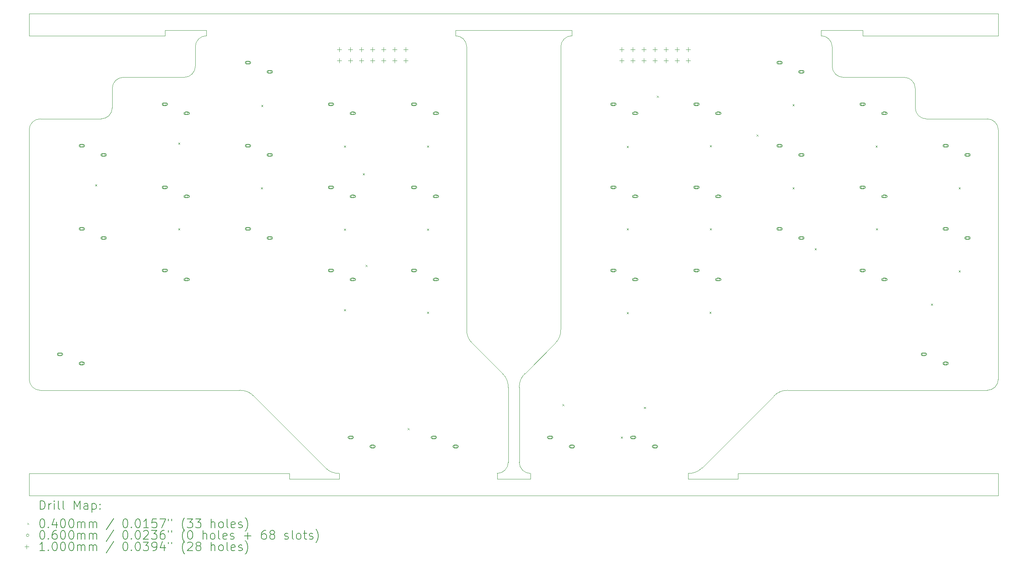
<source format=gbr>
%TF.GenerationSoftware,KiCad,Pcbnew,(6.0.7-1)-1*%
%TF.CreationDate,2022-09-05T18:02:09+08:00*%
%TF.ProjectId,Input,496e7075-742e-46b6-9963-61645f706362,2*%
%TF.SameCoordinates,PX7f2c270PY3f96138*%
%TF.FileFunction,Drillmap*%
%TF.FilePolarity,Positive*%
%FSLAX45Y45*%
G04 Gerber Fmt 4.5, Leading zero omitted, Abs format (unit mm)*
G04 Created by KiCad (PCBNEW (6.0.7-1)-1) date 2022-09-05 18:02:09*
%MOMM*%
%LPD*%
G01*
G04 APERTURE LIST*
%ADD10C,0.120000*%
%ADD11C,0.200000*%
%ADD12C,0.040000*%
%ADD13C,0.060000*%
%ADD14C,0.100000*%
G04 APERTURE END LIST*
D10*
X13398500Y-7874000D02*
X7429500Y-7874000D01*
X1206503Y-4572000D02*
G75*
G03*
X1333500Y-4889500I417557J-17130D01*
G01*
X7429500Y-8001000D02*
X7429500Y-7874000D01*
X-1714500Y-8001000D02*
X-2857500Y-8001000D01*
X-8826500Y-7874000D02*
X-8826500Y-8382000D01*
X2158997Y-5905500D02*
G75*
G03*
X2032000Y-5588000I-417557J17130D01*
G01*
X13398500Y2667000D02*
X13398500Y2159000D01*
X8572500Y-5969003D02*
G75*
G03*
X8255000Y-6096000I-17130J-417557D01*
G01*
X11493500Y508000D02*
G75*
G03*
X11747500Y254000I254000J0D01*
G01*
X13144500Y254000D02*
X11747500Y254000D01*
X-8826500Y0D02*
X-8826500Y-5715000D01*
X3238502Y-4889502D02*
G75*
G03*
X3365500Y-4572000I-290562J300372D01*
G01*
X-4762500Y2159000D02*
X-4762500Y2286000D01*
X13144500Y-5969000D02*
G75*
G03*
X13398500Y-5715000I0J254000D01*
G01*
X952500Y2286000D02*
X3619500Y2286000D01*
X13398500Y-5715000D02*
X13398500Y0D01*
X-8572500Y254000D02*
G75*
G03*
X-8826500Y0I0J-254000D01*
G01*
X9588500Y1460500D02*
X9588500Y1905000D01*
X-2032002Y-7747002D02*
G75*
G03*
X-1714500Y-7874000I300372J290562D01*
G01*
X13398500Y2667000D02*
X-8826500Y2667000D01*
X-1714500Y-7874000D02*
X-1714500Y-8001000D01*
X-3682998Y-6095998D02*
G75*
G03*
X-4000500Y-5969000I-300372J-290562D01*
G01*
X8255000Y-6096000D02*
X6604000Y-7747000D01*
X-5715000Y2286000D02*
X-5715000Y2159000D01*
X-8826500Y2159000D02*
X-8826500Y2667000D01*
X1905000Y-8001000D02*
X2667000Y-8001000D01*
X-7175500Y254000D02*
G75*
G03*
X-6921500Y508000I0J254000D01*
G01*
X-5270500Y1206500D02*
X-6667500Y1206500D01*
X9588500Y1905000D02*
G75*
G03*
X9334500Y2159000I-254000J0D01*
G01*
X8572500Y-5969000D02*
X13144500Y-5969000D01*
X10287000Y2286000D02*
X9334500Y2286000D01*
X-2032000Y-7747000D02*
X-3683000Y-6096000D01*
X-8826500Y-5715000D02*
G75*
G03*
X-8572500Y-5969000I254000J0D01*
G01*
X-5270500Y1206500D02*
G75*
G03*
X-5016500Y1460500I0J254000D01*
G01*
X-6667500Y1206500D02*
G75*
G03*
X-6921500Y952500I0J-254000D01*
G01*
X3619500Y2286000D02*
X3619500Y2159000D01*
X2413000Y-7620000D02*
G75*
G03*
X2667000Y-7874000I254000J0D01*
G01*
X-7175500Y254000D02*
X-8572500Y254000D01*
X-8572500Y-5969000D02*
X-4000500Y-5969000D01*
X13398500Y0D02*
G75*
G03*
X13144500Y254000I-254000J0D01*
G01*
X-2857500Y-7874000D02*
X-2857500Y-8001000D01*
X11493500Y952500D02*
G75*
G03*
X11239500Y1206500I-254000J0D01*
G01*
X9334500Y2286000D02*
X9334500Y2159000D01*
X-4762500Y2159000D02*
G75*
G03*
X-5016500Y1905000I0J-254000D01*
G01*
X2539998Y-5587998D02*
G75*
G03*
X2413000Y-5905500I290562J-300372D01*
G01*
X13398500Y2159000D02*
X10287000Y2159000D01*
X2413000Y-7620000D02*
X2413000Y-5905500D01*
X-4762500Y2286000D02*
X-5715000Y2286000D01*
X2032000Y-5588000D02*
X1333500Y-4889500D01*
X1905000Y-7874000D02*
X1905000Y-8001000D01*
X6286500Y-7873997D02*
G75*
G03*
X6604000Y-7747000I17130J417557D01*
G01*
X-5016500Y1905000D02*
X-5016500Y1460500D01*
X3365500Y1905000D02*
X3365500Y-4572000D01*
X-2857500Y-7874000D02*
X-8826500Y-7874000D01*
X2667000Y-8001000D02*
X2667000Y-7874000D01*
X6286500Y-8001000D02*
X6286500Y-7874000D01*
X3238500Y-4889500D02*
X2540000Y-5588000D01*
X9588500Y1460500D02*
G75*
G03*
X9842500Y1206500I254000J0D01*
G01*
X1905000Y-7874000D02*
G75*
G03*
X2159000Y-7620000I0J254000D01*
G01*
X2159000Y-5905500D02*
X2159000Y-7620000D01*
X13398500Y-8382000D02*
X-8826500Y-8382000D01*
X13398500Y-8382000D02*
X13398500Y-7874000D01*
X10287000Y2159000D02*
X10287000Y2286000D01*
X-5715000Y2159000D02*
X-8826500Y2159000D01*
X3619500Y2159000D02*
G75*
G03*
X3365500Y1905000I0J-254000D01*
G01*
X952500Y2159000D02*
X952500Y2286000D01*
X11239500Y1206500D02*
X9842500Y1206500D01*
X-6921500Y952500D02*
X-6921500Y508000D01*
X11493500Y508000D02*
X11493500Y952500D01*
X1206500Y-4572000D02*
X1206500Y1905000D01*
X1206500Y1905000D02*
G75*
G03*
X952500Y2159000I-254000J0D01*
G01*
X7429500Y-8001000D02*
X6286500Y-8001000D01*
D11*
D12*
X-7313982Y-1250000D02*
X-7273982Y-1290000D01*
X-7273982Y-1250000D02*
X-7313982Y-1290000D01*
X-5408982Y-288982D02*
X-5368982Y-328982D01*
X-5368982Y-288982D02*
X-5408982Y-328982D01*
X-5408982Y-2257482D02*
X-5368982Y-2297482D01*
X-5368982Y-2257482D02*
X-5408982Y-2297482D01*
X-3512500Y-1313500D02*
X-3472500Y-1353500D01*
X-3472500Y-1313500D02*
X-3512500Y-1353500D01*
X-3503982Y574618D02*
X-3463982Y534618D01*
X-3463982Y574618D02*
X-3503982Y534618D01*
X-1607500Y-361000D02*
X-1567500Y-401000D01*
X-1567500Y-361000D02*
X-1607500Y-401000D01*
X-1607500Y-2266000D02*
X-1567500Y-2306000D01*
X-1567500Y-2266000D02*
X-1607500Y-2306000D01*
X-1607500Y-4107500D02*
X-1567500Y-4147500D01*
X-1567500Y-4107500D02*
X-1607500Y-4147500D01*
X-1177350Y-996000D02*
X-1137350Y-1036000D01*
X-1137350Y-996000D02*
X-1177350Y-1036000D01*
X-1113850Y-3091500D02*
X-1073850Y-3131500D01*
X-1073850Y-3091500D02*
X-1113850Y-3131500D01*
X-147000Y-6838000D02*
X-107000Y-6878000D01*
X-107000Y-6838000D02*
X-147000Y-6878000D01*
X297500Y-361000D02*
X337500Y-401000D01*
X337500Y-361000D02*
X297500Y-401000D01*
X297500Y-2266000D02*
X337500Y-2306000D01*
X337500Y-2266000D02*
X297500Y-2306000D01*
X297500Y-4171000D02*
X337500Y-4211000D01*
X337500Y-4171000D02*
X297500Y-4211000D01*
X3402000Y-6286385D02*
X3442000Y-6326385D01*
X3442000Y-6286385D02*
X3402000Y-6326385D01*
X4742500Y-7028500D02*
X4782500Y-7068500D01*
X4782500Y-7028500D02*
X4742500Y-7068500D01*
X4878018Y-369518D02*
X4918018Y-409518D01*
X4918018Y-369518D02*
X4878018Y-409518D01*
X4878018Y-2257482D02*
X4918018Y-2297482D01*
X4918018Y-2257482D02*
X4878018Y-2297482D01*
X4878018Y-4179518D02*
X4918018Y-4219518D01*
X4918018Y-4179518D02*
X4878018Y-4219518D01*
X5269596Y-6349096D02*
X5309596Y-6389096D01*
X5309596Y-6349096D02*
X5269596Y-6389096D01*
X5568000Y782000D02*
X5608000Y742000D01*
X5608000Y782000D02*
X5568000Y742000D01*
X6774500Y-4171000D02*
X6814500Y-4211000D01*
X6814500Y-4171000D02*
X6774500Y-4211000D01*
X6783018Y-352482D02*
X6823018Y-392482D01*
X6823018Y-352482D02*
X6783018Y-392482D01*
X6783018Y-2257482D02*
X6823018Y-2297482D01*
X6823018Y-2257482D02*
X6783018Y-2297482D01*
X7854000Y-107000D02*
X7894000Y-147000D01*
X7894000Y-107000D02*
X7854000Y-147000D01*
X8679500Y591500D02*
X8719500Y551500D01*
X8719500Y591500D02*
X8679500Y551500D01*
X8679500Y-1313500D02*
X8719500Y-1353500D01*
X8719500Y-1313500D02*
X8679500Y-1353500D01*
X9187500Y-2710500D02*
X9227500Y-2750500D01*
X9227500Y-2710500D02*
X9187500Y-2750500D01*
X10584500Y-361000D02*
X10624500Y-401000D01*
X10624500Y-361000D02*
X10584500Y-401000D01*
X10593018Y-2257482D02*
X10633018Y-2297482D01*
X10633018Y-2257482D02*
X10593018Y-2297482D01*
X11854500Y-3980500D02*
X11894500Y-4020500D01*
X11894500Y-3980500D02*
X11854500Y-4020500D01*
X12489500Y-1313500D02*
X12529500Y-1353500D01*
X12529500Y-1313500D02*
X12489500Y-1353500D01*
X12489500Y-3218500D02*
X12529500Y-3258500D01*
X12529500Y-3218500D02*
X12489500Y-3258500D01*
D13*
X-8090000Y-5142500D02*
G75*
G03*
X-8090000Y-5142500I-30000J0D01*
G01*
D11*
X-8150000Y-5172500D02*
X-8090000Y-5172500D01*
X-8150000Y-5112500D02*
X-8090000Y-5112500D01*
X-8090000Y-5172500D02*
G75*
G03*
X-8090000Y-5112500I0J30000D01*
G01*
X-8150000Y-5112500D02*
G75*
G03*
X-8150000Y-5172500I0J-30000D01*
G01*
D13*
X-7590000Y-362500D02*
G75*
G03*
X-7590000Y-362500I-30000J0D01*
G01*
D11*
X-7590000Y-332500D02*
X-7650000Y-332500D01*
X-7590000Y-392500D02*
X-7650000Y-392500D01*
X-7650000Y-332500D02*
G75*
G03*
X-7650000Y-392500I0J-30000D01*
G01*
X-7590000Y-392500D02*
G75*
G03*
X-7590000Y-332500I0J30000D01*
G01*
D13*
X-7590000Y-2267500D02*
G75*
G03*
X-7590000Y-2267500I-30000J0D01*
G01*
D11*
X-7590000Y-2237500D02*
X-7650000Y-2237500D01*
X-7590000Y-2297500D02*
X-7650000Y-2297500D01*
X-7650000Y-2237500D02*
G75*
G03*
X-7650000Y-2297500I0J-30000D01*
G01*
X-7590000Y-2297500D02*
G75*
G03*
X-7590000Y-2237500I0J30000D01*
G01*
D13*
X-7590000Y-5352500D02*
G75*
G03*
X-7590000Y-5352500I-30000J0D01*
G01*
D11*
X-7650000Y-5382500D02*
X-7590000Y-5382500D01*
X-7650000Y-5322500D02*
X-7590000Y-5322500D01*
X-7590000Y-5382500D02*
G75*
G03*
X-7590000Y-5322500I0J30000D01*
G01*
X-7650000Y-5322500D02*
G75*
G03*
X-7650000Y-5382500I0J-30000D01*
G01*
D13*
X-7090000Y-572500D02*
G75*
G03*
X-7090000Y-572500I-30000J0D01*
G01*
D11*
X-7090000Y-542500D02*
X-7150000Y-542500D01*
X-7090000Y-602500D02*
X-7150000Y-602500D01*
X-7150000Y-542500D02*
G75*
G03*
X-7150000Y-602500I0J-30000D01*
G01*
X-7090000Y-602500D02*
G75*
G03*
X-7090000Y-542500I0J30000D01*
G01*
D13*
X-7090000Y-2477500D02*
G75*
G03*
X-7090000Y-2477500I-30000J0D01*
G01*
D11*
X-7090000Y-2447500D02*
X-7150000Y-2447500D01*
X-7090000Y-2507500D02*
X-7150000Y-2507500D01*
X-7150000Y-2447500D02*
G75*
G03*
X-7150000Y-2507500I0J-30000D01*
G01*
X-7090000Y-2507500D02*
G75*
G03*
X-7090000Y-2447500I0J30000D01*
G01*
D13*
X-5685000Y590000D02*
G75*
G03*
X-5685000Y590000I-30000J0D01*
G01*
D11*
X-5685000Y620000D02*
X-5745000Y620000D01*
X-5685000Y560000D02*
X-5745000Y560000D01*
X-5745000Y620000D02*
G75*
G03*
X-5745000Y560000I0J-30000D01*
G01*
X-5685000Y560000D02*
G75*
G03*
X-5685000Y620000I0J30000D01*
G01*
D13*
X-5685000Y-1315000D02*
G75*
G03*
X-5685000Y-1315000I-30000J0D01*
G01*
D11*
X-5685000Y-1285000D02*
X-5745000Y-1285000D01*
X-5685000Y-1345000D02*
X-5745000Y-1345000D01*
X-5745000Y-1285000D02*
G75*
G03*
X-5745000Y-1345000I0J-30000D01*
G01*
X-5685000Y-1345000D02*
G75*
G03*
X-5685000Y-1285000I0J30000D01*
G01*
D13*
X-5685000Y-3220000D02*
G75*
G03*
X-5685000Y-3220000I-30000J0D01*
G01*
D11*
X-5685000Y-3190000D02*
X-5745000Y-3190000D01*
X-5685000Y-3250000D02*
X-5745000Y-3250000D01*
X-5745000Y-3190000D02*
G75*
G03*
X-5745000Y-3250000I0J-30000D01*
G01*
X-5685000Y-3250000D02*
G75*
G03*
X-5685000Y-3190000I0J30000D01*
G01*
D13*
X-5185000Y380000D02*
G75*
G03*
X-5185000Y380000I-30000J0D01*
G01*
D11*
X-5185000Y410000D02*
X-5245000Y410000D01*
X-5185000Y350000D02*
X-5245000Y350000D01*
X-5245000Y410000D02*
G75*
G03*
X-5245000Y350000I0J-30000D01*
G01*
X-5185000Y350000D02*
G75*
G03*
X-5185000Y410000I0J30000D01*
G01*
D13*
X-5185000Y-1525000D02*
G75*
G03*
X-5185000Y-1525000I-30000J0D01*
G01*
D11*
X-5185000Y-1495000D02*
X-5245000Y-1495000D01*
X-5185000Y-1555000D02*
X-5245000Y-1555000D01*
X-5245000Y-1495000D02*
G75*
G03*
X-5245000Y-1555000I0J-30000D01*
G01*
X-5185000Y-1555000D02*
G75*
G03*
X-5185000Y-1495000I0J30000D01*
G01*
D13*
X-5185000Y-3430000D02*
G75*
G03*
X-5185000Y-3430000I-30000J0D01*
G01*
D11*
X-5185000Y-3400000D02*
X-5245000Y-3400000D01*
X-5185000Y-3460000D02*
X-5245000Y-3460000D01*
X-5245000Y-3400000D02*
G75*
G03*
X-5245000Y-3460000I0J-30000D01*
G01*
X-5185000Y-3460000D02*
G75*
G03*
X-5185000Y-3400000I0J30000D01*
G01*
D13*
X-3780000Y1542500D02*
G75*
G03*
X-3780000Y1542500I-30000J0D01*
G01*
D11*
X-3780000Y1572500D02*
X-3840000Y1572500D01*
X-3780000Y1512500D02*
X-3840000Y1512500D01*
X-3840000Y1572500D02*
G75*
G03*
X-3840000Y1512500I0J-30000D01*
G01*
X-3780000Y1512500D02*
G75*
G03*
X-3780000Y1572500I0J30000D01*
G01*
D13*
X-3780000Y-362500D02*
G75*
G03*
X-3780000Y-362500I-30000J0D01*
G01*
D11*
X-3780000Y-332500D02*
X-3840000Y-332500D01*
X-3780000Y-392500D02*
X-3840000Y-392500D01*
X-3840000Y-332500D02*
G75*
G03*
X-3840000Y-392500I0J-30000D01*
G01*
X-3780000Y-392500D02*
G75*
G03*
X-3780000Y-332500I0J30000D01*
G01*
D13*
X-3780000Y-2267500D02*
G75*
G03*
X-3780000Y-2267500I-30000J0D01*
G01*
D11*
X-3780000Y-2237500D02*
X-3840000Y-2237500D01*
X-3780000Y-2297500D02*
X-3840000Y-2297500D01*
X-3840000Y-2237500D02*
G75*
G03*
X-3840000Y-2297500I0J-30000D01*
G01*
X-3780000Y-2297500D02*
G75*
G03*
X-3780000Y-2237500I0J30000D01*
G01*
D13*
X-3280000Y1332500D02*
G75*
G03*
X-3280000Y1332500I-30000J0D01*
G01*
D11*
X-3280000Y1362500D02*
X-3340000Y1362500D01*
X-3280000Y1302500D02*
X-3340000Y1302500D01*
X-3340000Y1362500D02*
G75*
G03*
X-3340000Y1302500I0J-30000D01*
G01*
X-3280000Y1302500D02*
G75*
G03*
X-3280000Y1362500I0J30000D01*
G01*
D13*
X-3280000Y-572500D02*
G75*
G03*
X-3280000Y-572500I-30000J0D01*
G01*
D11*
X-3280000Y-542500D02*
X-3340000Y-542500D01*
X-3280000Y-602500D02*
X-3340000Y-602500D01*
X-3340000Y-542500D02*
G75*
G03*
X-3340000Y-602500I0J-30000D01*
G01*
X-3280000Y-602500D02*
G75*
G03*
X-3280000Y-542500I0J30000D01*
G01*
D13*
X-3280000Y-2477500D02*
G75*
G03*
X-3280000Y-2477500I-30000J0D01*
G01*
D11*
X-3280000Y-2447500D02*
X-3340000Y-2447500D01*
X-3280000Y-2507500D02*
X-3340000Y-2507500D01*
X-3340000Y-2447500D02*
G75*
G03*
X-3340000Y-2507500I0J-30000D01*
G01*
X-3280000Y-2507500D02*
G75*
G03*
X-3280000Y-2447500I0J30000D01*
G01*
D13*
X-1875000Y590000D02*
G75*
G03*
X-1875000Y590000I-30000J0D01*
G01*
D11*
X-1875000Y620000D02*
X-1935000Y620000D01*
X-1875000Y560000D02*
X-1935000Y560000D01*
X-1935000Y620000D02*
G75*
G03*
X-1935000Y560000I0J-30000D01*
G01*
X-1875000Y560000D02*
G75*
G03*
X-1875000Y620000I0J30000D01*
G01*
D13*
X-1875000Y-1315000D02*
G75*
G03*
X-1875000Y-1315000I-30000J0D01*
G01*
D11*
X-1875000Y-1285000D02*
X-1935000Y-1285000D01*
X-1875000Y-1345000D02*
X-1935000Y-1345000D01*
X-1935000Y-1285000D02*
G75*
G03*
X-1935000Y-1345000I0J-30000D01*
G01*
X-1875000Y-1345000D02*
G75*
G03*
X-1875000Y-1285000I0J30000D01*
G01*
D13*
X-1875000Y-3220000D02*
G75*
G03*
X-1875000Y-3220000I-30000J0D01*
G01*
D11*
X-1875000Y-3190000D02*
X-1935000Y-3190000D01*
X-1875000Y-3250000D02*
X-1935000Y-3250000D01*
X-1935000Y-3190000D02*
G75*
G03*
X-1935000Y-3250000I0J-30000D01*
G01*
X-1875000Y-3250000D02*
G75*
G03*
X-1875000Y-3190000I0J30000D01*
G01*
D13*
X-1422500Y-7047500D02*
G75*
G03*
X-1422500Y-7047500I-30000J0D01*
G01*
D11*
X-1482500Y-7077500D02*
X-1422500Y-7077500D01*
X-1482500Y-7017500D02*
X-1422500Y-7017500D01*
X-1422500Y-7077500D02*
G75*
G03*
X-1422500Y-7017500I0J30000D01*
G01*
X-1482500Y-7017500D02*
G75*
G03*
X-1482500Y-7077500I0J-30000D01*
G01*
D13*
X-1375000Y380000D02*
G75*
G03*
X-1375000Y380000I-30000J0D01*
G01*
D11*
X-1375000Y410000D02*
X-1435000Y410000D01*
X-1375000Y350000D02*
X-1435000Y350000D01*
X-1435000Y410000D02*
G75*
G03*
X-1435000Y350000I0J-30000D01*
G01*
X-1375000Y350000D02*
G75*
G03*
X-1375000Y410000I0J30000D01*
G01*
D13*
X-1375000Y-1525000D02*
G75*
G03*
X-1375000Y-1525000I-30000J0D01*
G01*
D11*
X-1375000Y-1495000D02*
X-1435000Y-1495000D01*
X-1375000Y-1555000D02*
X-1435000Y-1555000D01*
X-1435000Y-1495000D02*
G75*
G03*
X-1435000Y-1555000I0J-30000D01*
G01*
X-1375000Y-1555000D02*
G75*
G03*
X-1375000Y-1495000I0J30000D01*
G01*
D13*
X-1375000Y-3430000D02*
G75*
G03*
X-1375000Y-3430000I-30000J0D01*
G01*
D11*
X-1375000Y-3400000D02*
X-1435000Y-3400000D01*
X-1375000Y-3460000D02*
X-1435000Y-3460000D01*
X-1435000Y-3400000D02*
G75*
G03*
X-1435000Y-3460000I0J-30000D01*
G01*
X-1375000Y-3460000D02*
G75*
G03*
X-1375000Y-3400000I0J30000D01*
G01*
D13*
X-922500Y-7257500D02*
G75*
G03*
X-922500Y-7257500I-30000J0D01*
G01*
D11*
X-982500Y-7287500D02*
X-922500Y-7287500D01*
X-982500Y-7227500D02*
X-922500Y-7227500D01*
X-922500Y-7287500D02*
G75*
G03*
X-922500Y-7227500I0J30000D01*
G01*
X-982500Y-7227500D02*
G75*
G03*
X-982500Y-7287500I0J-30000D01*
G01*
D13*
X30000Y590000D02*
G75*
G03*
X30000Y590000I-30000J0D01*
G01*
D11*
X30000Y620000D02*
X-30000Y620000D01*
X30000Y560000D02*
X-30000Y560000D01*
X-30000Y620000D02*
G75*
G03*
X-30000Y560000I0J-30000D01*
G01*
X30000Y560000D02*
G75*
G03*
X30000Y620000I0J30000D01*
G01*
D13*
X30000Y-1315000D02*
G75*
G03*
X30000Y-1315000I-30000J0D01*
G01*
D11*
X30000Y-1285000D02*
X-30000Y-1285000D01*
X30000Y-1345000D02*
X-30000Y-1345000D01*
X-30000Y-1285000D02*
G75*
G03*
X-30000Y-1345000I0J-30000D01*
G01*
X30000Y-1345000D02*
G75*
G03*
X30000Y-1285000I0J30000D01*
G01*
D13*
X30000Y-3220000D02*
G75*
G03*
X30000Y-3220000I-30000J0D01*
G01*
D11*
X30000Y-3190000D02*
X-30000Y-3190000D01*
X30000Y-3250000D02*
X-30000Y-3250000D01*
X-30000Y-3190000D02*
G75*
G03*
X-30000Y-3250000I0J-30000D01*
G01*
X30000Y-3250000D02*
G75*
G03*
X30000Y-3190000I0J30000D01*
G01*
D13*
X482500Y-7047500D02*
G75*
G03*
X482500Y-7047500I-30000J0D01*
G01*
D11*
X422500Y-7077500D02*
X482500Y-7077500D01*
X422500Y-7017500D02*
X482500Y-7017500D01*
X482500Y-7077500D02*
G75*
G03*
X482500Y-7017500I0J30000D01*
G01*
X422500Y-7017500D02*
G75*
G03*
X422500Y-7077500I0J-30000D01*
G01*
D13*
X530000Y380000D02*
G75*
G03*
X530000Y380000I-30000J0D01*
G01*
D11*
X530000Y410000D02*
X470000Y410000D01*
X530000Y350000D02*
X470000Y350000D01*
X470000Y410000D02*
G75*
G03*
X470000Y350000I0J-30000D01*
G01*
X530000Y350000D02*
G75*
G03*
X530000Y410000I0J30000D01*
G01*
D13*
X530000Y-1525000D02*
G75*
G03*
X530000Y-1525000I-30000J0D01*
G01*
D11*
X530000Y-1495000D02*
X470000Y-1495000D01*
X530000Y-1555000D02*
X470000Y-1555000D01*
X470000Y-1495000D02*
G75*
G03*
X470000Y-1555000I0J-30000D01*
G01*
X530000Y-1555000D02*
G75*
G03*
X530000Y-1495000I0J30000D01*
G01*
D13*
X530000Y-3430000D02*
G75*
G03*
X530000Y-3430000I-30000J0D01*
G01*
D11*
X530000Y-3400000D02*
X470000Y-3400000D01*
X530000Y-3460000D02*
X470000Y-3460000D01*
X470000Y-3400000D02*
G75*
G03*
X470000Y-3460000I0J-30000D01*
G01*
X530000Y-3460000D02*
G75*
G03*
X530000Y-3400000I0J30000D01*
G01*
D13*
X982500Y-7257500D02*
G75*
G03*
X982500Y-7257500I-30000J0D01*
G01*
D11*
X922500Y-7287500D02*
X982500Y-7287500D01*
X922500Y-7227500D02*
X982500Y-7227500D01*
X982500Y-7287500D02*
G75*
G03*
X982500Y-7227500I0J30000D01*
G01*
X922500Y-7227500D02*
G75*
G03*
X922500Y-7287500I0J-30000D01*
G01*
D13*
X3149500Y-7047500D02*
G75*
G03*
X3149500Y-7047500I-30000J0D01*
G01*
D11*
X3089500Y-7077500D02*
X3149500Y-7077500D01*
X3089500Y-7017500D02*
X3149500Y-7017500D01*
X3149500Y-7077500D02*
G75*
G03*
X3149500Y-7017500I0J30000D01*
G01*
X3089500Y-7017500D02*
G75*
G03*
X3089500Y-7077500I0J-30000D01*
G01*
D13*
X3649500Y-7257500D02*
G75*
G03*
X3649500Y-7257500I-30000J0D01*
G01*
D11*
X3589500Y-7287500D02*
X3649500Y-7287500D01*
X3589500Y-7227500D02*
X3649500Y-7227500D01*
X3649500Y-7287500D02*
G75*
G03*
X3649500Y-7227500I0J30000D01*
G01*
X3589500Y-7227500D02*
G75*
G03*
X3589500Y-7287500I0J-30000D01*
G01*
D13*
X4602000Y590000D02*
G75*
G03*
X4602000Y590000I-30000J0D01*
G01*
D11*
X4602000Y620000D02*
X4542000Y620000D01*
X4602000Y560000D02*
X4542000Y560000D01*
X4542000Y620000D02*
G75*
G03*
X4542000Y560000I0J-30000D01*
G01*
X4602000Y560000D02*
G75*
G03*
X4602000Y620000I0J30000D01*
G01*
D13*
X4602000Y-1315000D02*
G75*
G03*
X4602000Y-1315000I-30000J0D01*
G01*
D11*
X4602000Y-1285000D02*
X4542000Y-1285000D01*
X4602000Y-1345000D02*
X4542000Y-1345000D01*
X4542000Y-1285000D02*
G75*
G03*
X4542000Y-1345000I0J-30000D01*
G01*
X4602000Y-1345000D02*
G75*
G03*
X4602000Y-1285000I0J30000D01*
G01*
D13*
X4602000Y-3220000D02*
G75*
G03*
X4602000Y-3220000I-30000J0D01*
G01*
D11*
X4602000Y-3190000D02*
X4542000Y-3190000D01*
X4602000Y-3250000D02*
X4542000Y-3250000D01*
X4542000Y-3190000D02*
G75*
G03*
X4542000Y-3250000I0J-30000D01*
G01*
X4602000Y-3250000D02*
G75*
G03*
X4602000Y-3190000I0J30000D01*
G01*
D13*
X5054500Y-7047500D02*
G75*
G03*
X5054500Y-7047500I-30000J0D01*
G01*
D11*
X4994500Y-7077500D02*
X5054500Y-7077500D01*
X4994500Y-7017500D02*
X5054500Y-7017500D01*
X5054500Y-7077500D02*
G75*
G03*
X5054500Y-7017500I0J30000D01*
G01*
X4994500Y-7017500D02*
G75*
G03*
X4994500Y-7077500I0J-30000D01*
G01*
D13*
X5102000Y380000D02*
G75*
G03*
X5102000Y380000I-30000J0D01*
G01*
D11*
X5102000Y410000D02*
X5042000Y410000D01*
X5102000Y350000D02*
X5042000Y350000D01*
X5042000Y410000D02*
G75*
G03*
X5042000Y350000I0J-30000D01*
G01*
X5102000Y350000D02*
G75*
G03*
X5102000Y410000I0J30000D01*
G01*
D13*
X5102000Y-1525000D02*
G75*
G03*
X5102000Y-1525000I-30000J0D01*
G01*
D11*
X5102000Y-1495000D02*
X5042000Y-1495000D01*
X5102000Y-1555000D02*
X5042000Y-1555000D01*
X5042000Y-1495000D02*
G75*
G03*
X5042000Y-1555000I0J-30000D01*
G01*
X5102000Y-1555000D02*
G75*
G03*
X5102000Y-1495000I0J30000D01*
G01*
D13*
X5102000Y-3430000D02*
G75*
G03*
X5102000Y-3430000I-30000J0D01*
G01*
D11*
X5102000Y-3400000D02*
X5042000Y-3400000D01*
X5102000Y-3460000D02*
X5042000Y-3460000D01*
X5042000Y-3400000D02*
G75*
G03*
X5042000Y-3460000I0J-30000D01*
G01*
X5102000Y-3460000D02*
G75*
G03*
X5102000Y-3400000I0J30000D01*
G01*
D13*
X5554500Y-7257500D02*
G75*
G03*
X5554500Y-7257500I-30000J0D01*
G01*
D11*
X5494500Y-7287500D02*
X5554500Y-7287500D01*
X5494500Y-7227500D02*
X5554500Y-7227500D01*
X5554500Y-7287500D02*
G75*
G03*
X5554500Y-7227500I0J30000D01*
G01*
X5494500Y-7227500D02*
G75*
G03*
X5494500Y-7287500I0J-30000D01*
G01*
D13*
X6507000Y590000D02*
G75*
G03*
X6507000Y590000I-30000J0D01*
G01*
D11*
X6507000Y620000D02*
X6447000Y620000D01*
X6507000Y560000D02*
X6447000Y560000D01*
X6447000Y620000D02*
G75*
G03*
X6447000Y560000I0J-30000D01*
G01*
X6507000Y560000D02*
G75*
G03*
X6507000Y620000I0J30000D01*
G01*
D13*
X6507000Y-1315000D02*
G75*
G03*
X6507000Y-1315000I-30000J0D01*
G01*
D11*
X6507000Y-1285000D02*
X6447000Y-1285000D01*
X6507000Y-1345000D02*
X6447000Y-1345000D01*
X6447000Y-1285000D02*
G75*
G03*
X6447000Y-1345000I0J-30000D01*
G01*
X6507000Y-1345000D02*
G75*
G03*
X6507000Y-1285000I0J30000D01*
G01*
D13*
X6507000Y-3220000D02*
G75*
G03*
X6507000Y-3220000I-30000J0D01*
G01*
D11*
X6507000Y-3190000D02*
X6447000Y-3190000D01*
X6507000Y-3250000D02*
X6447000Y-3250000D01*
X6447000Y-3190000D02*
G75*
G03*
X6447000Y-3250000I0J-30000D01*
G01*
X6507000Y-3250000D02*
G75*
G03*
X6507000Y-3190000I0J30000D01*
G01*
D13*
X7007000Y380000D02*
G75*
G03*
X7007000Y380000I-30000J0D01*
G01*
D11*
X7007000Y410000D02*
X6947000Y410000D01*
X7007000Y350000D02*
X6947000Y350000D01*
X6947000Y410000D02*
G75*
G03*
X6947000Y350000I0J-30000D01*
G01*
X7007000Y350000D02*
G75*
G03*
X7007000Y410000I0J30000D01*
G01*
D13*
X7007000Y-1525000D02*
G75*
G03*
X7007000Y-1525000I-30000J0D01*
G01*
D11*
X7007000Y-1495000D02*
X6947000Y-1495000D01*
X7007000Y-1555000D02*
X6947000Y-1555000D01*
X6947000Y-1495000D02*
G75*
G03*
X6947000Y-1555000I0J-30000D01*
G01*
X7007000Y-1555000D02*
G75*
G03*
X7007000Y-1495000I0J30000D01*
G01*
D13*
X7007000Y-3430000D02*
G75*
G03*
X7007000Y-3430000I-30000J0D01*
G01*
D11*
X7007000Y-3400000D02*
X6947000Y-3400000D01*
X7007000Y-3460000D02*
X6947000Y-3460000D01*
X6947000Y-3400000D02*
G75*
G03*
X6947000Y-3460000I0J-30000D01*
G01*
X7007000Y-3460000D02*
G75*
G03*
X7007000Y-3400000I0J30000D01*
G01*
D13*
X8412000Y1542500D02*
G75*
G03*
X8412000Y1542500I-30000J0D01*
G01*
D11*
X8412000Y1572500D02*
X8352000Y1572500D01*
X8412000Y1512500D02*
X8352000Y1512500D01*
X8352000Y1572500D02*
G75*
G03*
X8352000Y1512500I0J-30000D01*
G01*
X8412000Y1512500D02*
G75*
G03*
X8412000Y1572500I0J30000D01*
G01*
D13*
X8412000Y-362500D02*
G75*
G03*
X8412000Y-362500I-30000J0D01*
G01*
D11*
X8412000Y-332500D02*
X8352000Y-332500D01*
X8412000Y-392500D02*
X8352000Y-392500D01*
X8352000Y-332500D02*
G75*
G03*
X8352000Y-392500I0J-30000D01*
G01*
X8412000Y-392500D02*
G75*
G03*
X8412000Y-332500I0J30000D01*
G01*
D13*
X8412000Y-2267500D02*
G75*
G03*
X8412000Y-2267500I-30000J0D01*
G01*
D11*
X8412000Y-2237500D02*
X8352000Y-2237500D01*
X8412000Y-2297500D02*
X8352000Y-2297500D01*
X8352000Y-2237500D02*
G75*
G03*
X8352000Y-2297500I0J-30000D01*
G01*
X8412000Y-2297500D02*
G75*
G03*
X8412000Y-2237500I0J30000D01*
G01*
D13*
X8912000Y1332500D02*
G75*
G03*
X8912000Y1332500I-30000J0D01*
G01*
D11*
X8912000Y1362500D02*
X8852000Y1362500D01*
X8912000Y1302500D02*
X8852000Y1302500D01*
X8852000Y1362500D02*
G75*
G03*
X8852000Y1302500I0J-30000D01*
G01*
X8912000Y1302500D02*
G75*
G03*
X8912000Y1362500I0J30000D01*
G01*
D13*
X8912000Y-572500D02*
G75*
G03*
X8912000Y-572500I-30000J0D01*
G01*
D11*
X8912000Y-542500D02*
X8852000Y-542500D01*
X8912000Y-602500D02*
X8852000Y-602500D01*
X8852000Y-542500D02*
G75*
G03*
X8852000Y-602500I0J-30000D01*
G01*
X8912000Y-602500D02*
G75*
G03*
X8912000Y-542500I0J30000D01*
G01*
D13*
X8912000Y-2477500D02*
G75*
G03*
X8912000Y-2477500I-30000J0D01*
G01*
D11*
X8912000Y-2447500D02*
X8852000Y-2447500D01*
X8912000Y-2507500D02*
X8852000Y-2507500D01*
X8852000Y-2447500D02*
G75*
G03*
X8852000Y-2507500I0J-30000D01*
G01*
X8912000Y-2507500D02*
G75*
G03*
X8912000Y-2447500I0J30000D01*
G01*
D13*
X10317000Y590000D02*
G75*
G03*
X10317000Y590000I-30000J0D01*
G01*
D11*
X10317000Y620000D02*
X10257000Y620000D01*
X10317000Y560000D02*
X10257000Y560000D01*
X10257000Y620000D02*
G75*
G03*
X10257000Y560000I0J-30000D01*
G01*
X10317000Y560000D02*
G75*
G03*
X10317000Y620000I0J30000D01*
G01*
D13*
X10317000Y-1315000D02*
G75*
G03*
X10317000Y-1315000I-30000J0D01*
G01*
D11*
X10317000Y-1285000D02*
X10257000Y-1285000D01*
X10317000Y-1345000D02*
X10257000Y-1345000D01*
X10257000Y-1285000D02*
G75*
G03*
X10257000Y-1345000I0J-30000D01*
G01*
X10317000Y-1345000D02*
G75*
G03*
X10317000Y-1285000I0J30000D01*
G01*
D13*
X10317000Y-3220000D02*
G75*
G03*
X10317000Y-3220000I-30000J0D01*
G01*
D11*
X10317000Y-3190000D02*
X10257000Y-3190000D01*
X10317000Y-3250000D02*
X10257000Y-3250000D01*
X10257000Y-3190000D02*
G75*
G03*
X10257000Y-3250000I0J-30000D01*
G01*
X10317000Y-3250000D02*
G75*
G03*
X10317000Y-3190000I0J30000D01*
G01*
D13*
X10817000Y380000D02*
G75*
G03*
X10817000Y380000I-30000J0D01*
G01*
D11*
X10817000Y410000D02*
X10757000Y410000D01*
X10817000Y350000D02*
X10757000Y350000D01*
X10757000Y410000D02*
G75*
G03*
X10757000Y350000I0J-30000D01*
G01*
X10817000Y350000D02*
G75*
G03*
X10817000Y410000I0J30000D01*
G01*
D13*
X10817000Y-1525000D02*
G75*
G03*
X10817000Y-1525000I-30000J0D01*
G01*
D11*
X10817000Y-1495000D02*
X10757000Y-1495000D01*
X10817000Y-1555000D02*
X10757000Y-1555000D01*
X10757000Y-1495000D02*
G75*
G03*
X10757000Y-1555000I0J-30000D01*
G01*
X10817000Y-1555000D02*
G75*
G03*
X10817000Y-1495000I0J30000D01*
G01*
D13*
X10817000Y-3430000D02*
G75*
G03*
X10817000Y-3430000I-30000J0D01*
G01*
D11*
X10817000Y-3400000D02*
X10757000Y-3400000D01*
X10817000Y-3460000D02*
X10757000Y-3460000D01*
X10757000Y-3400000D02*
G75*
G03*
X10757000Y-3460000I0J-30000D01*
G01*
X10817000Y-3460000D02*
G75*
G03*
X10817000Y-3400000I0J30000D01*
G01*
D13*
X11722000Y-5142500D02*
G75*
G03*
X11722000Y-5142500I-30000J0D01*
G01*
D11*
X11662000Y-5172500D02*
X11722000Y-5172500D01*
X11662000Y-5112500D02*
X11722000Y-5112500D01*
X11722000Y-5172500D02*
G75*
G03*
X11722000Y-5112500I0J30000D01*
G01*
X11662000Y-5112500D02*
G75*
G03*
X11662000Y-5172500I0J-30000D01*
G01*
D13*
X12222000Y-362500D02*
G75*
G03*
X12222000Y-362500I-30000J0D01*
G01*
D11*
X12222000Y-332500D02*
X12162000Y-332500D01*
X12222000Y-392500D02*
X12162000Y-392500D01*
X12162000Y-332500D02*
G75*
G03*
X12162000Y-392500I0J-30000D01*
G01*
X12222000Y-392500D02*
G75*
G03*
X12222000Y-332500I0J30000D01*
G01*
D13*
X12222000Y-2267500D02*
G75*
G03*
X12222000Y-2267500I-30000J0D01*
G01*
D11*
X12222000Y-2237500D02*
X12162000Y-2237500D01*
X12222000Y-2297500D02*
X12162000Y-2297500D01*
X12162000Y-2237500D02*
G75*
G03*
X12162000Y-2297500I0J-30000D01*
G01*
X12222000Y-2297500D02*
G75*
G03*
X12222000Y-2237500I0J30000D01*
G01*
D13*
X12222000Y-5352500D02*
G75*
G03*
X12222000Y-5352500I-30000J0D01*
G01*
D11*
X12162000Y-5382500D02*
X12222000Y-5382500D01*
X12162000Y-5322500D02*
X12222000Y-5322500D01*
X12222000Y-5382500D02*
G75*
G03*
X12222000Y-5322500I0J30000D01*
G01*
X12162000Y-5322500D02*
G75*
G03*
X12162000Y-5382500I0J-30000D01*
G01*
D13*
X12722000Y-572500D02*
G75*
G03*
X12722000Y-572500I-30000J0D01*
G01*
D11*
X12722000Y-542500D02*
X12662000Y-542500D01*
X12722000Y-602500D02*
X12662000Y-602500D01*
X12662000Y-542500D02*
G75*
G03*
X12662000Y-602500I0J-30000D01*
G01*
X12722000Y-602500D02*
G75*
G03*
X12722000Y-542500I0J30000D01*
G01*
D13*
X12722000Y-2477500D02*
G75*
G03*
X12722000Y-2477500I-30000J0D01*
G01*
D11*
X12722000Y-2447500D02*
X12662000Y-2447500D01*
X12722000Y-2507500D02*
X12662000Y-2507500D01*
X12662000Y-2447500D02*
G75*
G03*
X12662000Y-2507500I0J-30000D01*
G01*
X12722000Y-2507500D02*
G75*
G03*
X12722000Y-2447500I0J30000D01*
G01*
D14*
X-1714500Y1891500D02*
X-1714500Y1791500D01*
X-1764500Y1841500D02*
X-1664500Y1841500D01*
X-1714500Y1637500D02*
X-1714500Y1537500D01*
X-1764500Y1587500D02*
X-1664500Y1587500D01*
X-1460500Y1891500D02*
X-1460500Y1791500D01*
X-1510500Y1841500D02*
X-1410500Y1841500D01*
X-1460500Y1637500D02*
X-1460500Y1537500D01*
X-1510500Y1587500D02*
X-1410500Y1587500D01*
X-1206500Y1891500D02*
X-1206500Y1791500D01*
X-1256500Y1841500D02*
X-1156500Y1841500D01*
X-1206500Y1637500D02*
X-1206500Y1537500D01*
X-1256500Y1587500D02*
X-1156500Y1587500D01*
X-952500Y1891500D02*
X-952500Y1791500D01*
X-1002500Y1841500D02*
X-902500Y1841500D01*
X-952500Y1637500D02*
X-952500Y1537500D01*
X-1002500Y1587500D02*
X-902500Y1587500D01*
X-698500Y1891500D02*
X-698500Y1791500D01*
X-748500Y1841500D02*
X-648500Y1841500D01*
X-698500Y1637500D02*
X-698500Y1537500D01*
X-748500Y1587500D02*
X-648500Y1587500D01*
X-444500Y1891500D02*
X-444500Y1791500D01*
X-494500Y1841500D02*
X-394500Y1841500D01*
X-444500Y1637500D02*
X-444500Y1537500D01*
X-494500Y1587500D02*
X-394500Y1587500D01*
X-190500Y1891500D02*
X-190500Y1791500D01*
X-240500Y1841500D02*
X-140500Y1841500D01*
X-190500Y1637500D02*
X-190500Y1537500D01*
X-240500Y1587500D02*
X-140500Y1587500D01*
X4762500Y1891500D02*
X4762500Y1791500D01*
X4712500Y1841500D02*
X4812500Y1841500D01*
X4762500Y1637500D02*
X4762500Y1537500D01*
X4712500Y1587500D02*
X4812500Y1587500D01*
X5016500Y1891500D02*
X5016500Y1791500D01*
X4966500Y1841500D02*
X5066500Y1841500D01*
X5016500Y1637500D02*
X5016500Y1537500D01*
X4966500Y1587500D02*
X5066500Y1587500D01*
X5270500Y1891500D02*
X5270500Y1791500D01*
X5220500Y1841500D02*
X5320500Y1841500D01*
X5270500Y1637500D02*
X5270500Y1537500D01*
X5220500Y1587500D02*
X5320500Y1587500D01*
X5524500Y1891500D02*
X5524500Y1791500D01*
X5474500Y1841500D02*
X5574500Y1841500D01*
X5524500Y1637500D02*
X5524500Y1537500D01*
X5474500Y1587500D02*
X5574500Y1587500D01*
X5778500Y1891500D02*
X5778500Y1791500D01*
X5728500Y1841500D02*
X5828500Y1841500D01*
X5778500Y1637500D02*
X5778500Y1537500D01*
X5728500Y1587500D02*
X5828500Y1587500D01*
X6032500Y1891500D02*
X6032500Y1791500D01*
X5982500Y1841500D02*
X6082500Y1841500D01*
X6032500Y1637500D02*
X6032500Y1537500D01*
X5982500Y1587500D02*
X6082500Y1587500D01*
X6286500Y1891500D02*
X6286500Y1791500D01*
X6236500Y1841500D02*
X6336500Y1841500D01*
X6286500Y1637500D02*
X6286500Y1537500D01*
X6236500Y1587500D02*
X6336500Y1587500D01*
D11*
X-8574881Y-8698476D02*
X-8574881Y-8498476D01*
X-8527262Y-8498476D01*
X-8498691Y-8508000D01*
X-8479643Y-8527048D01*
X-8470119Y-8546095D01*
X-8460595Y-8584190D01*
X-8460595Y-8612762D01*
X-8470119Y-8650857D01*
X-8479643Y-8669905D01*
X-8498691Y-8688952D01*
X-8527262Y-8698476D01*
X-8574881Y-8698476D01*
X-8374881Y-8698476D02*
X-8374881Y-8565143D01*
X-8374881Y-8603238D02*
X-8365357Y-8584190D01*
X-8355833Y-8574667D01*
X-8336786Y-8565143D01*
X-8317738Y-8565143D01*
X-8251071Y-8698476D02*
X-8251071Y-8565143D01*
X-8251071Y-8498476D02*
X-8260595Y-8508000D01*
X-8251071Y-8517524D01*
X-8241548Y-8508000D01*
X-8251071Y-8498476D01*
X-8251071Y-8517524D01*
X-8127262Y-8698476D02*
X-8146310Y-8688952D01*
X-8155833Y-8669905D01*
X-8155833Y-8498476D01*
X-8022500Y-8698476D02*
X-8041548Y-8688952D01*
X-8051071Y-8669905D01*
X-8051071Y-8498476D01*
X-7793929Y-8698476D02*
X-7793929Y-8498476D01*
X-7727262Y-8641333D01*
X-7660595Y-8498476D01*
X-7660595Y-8698476D01*
X-7479643Y-8698476D02*
X-7479643Y-8593714D01*
X-7489167Y-8574667D01*
X-7508214Y-8565143D01*
X-7546310Y-8565143D01*
X-7565357Y-8574667D01*
X-7479643Y-8688952D02*
X-7498690Y-8698476D01*
X-7546310Y-8698476D01*
X-7565357Y-8688952D01*
X-7574881Y-8669905D01*
X-7574881Y-8650857D01*
X-7565357Y-8631810D01*
X-7546310Y-8622286D01*
X-7498690Y-8622286D01*
X-7479643Y-8612762D01*
X-7384405Y-8565143D02*
X-7384405Y-8765143D01*
X-7384405Y-8574667D02*
X-7365357Y-8565143D01*
X-7327262Y-8565143D01*
X-7308214Y-8574667D01*
X-7298690Y-8584190D01*
X-7289167Y-8603238D01*
X-7289167Y-8660381D01*
X-7298690Y-8679429D01*
X-7308214Y-8688952D01*
X-7327262Y-8698476D01*
X-7365357Y-8698476D01*
X-7384405Y-8688952D01*
X-7203452Y-8679429D02*
X-7193929Y-8688952D01*
X-7203452Y-8698476D01*
X-7212976Y-8688952D01*
X-7203452Y-8679429D01*
X-7203452Y-8698476D01*
X-7203452Y-8574667D02*
X-7193929Y-8584190D01*
X-7203452Y-8593714D01*
X-7212976Y-8584190D01*
X-7203452Y-8574667D01*
X-7203452Y-8593714D01*
D12*
X-8872500Y-9008000D02*
X-8832500Y-9048000D01*
X-8832500Y-9008000D02*
X-8872500Y-9048000D01*
D11*
X-8536786Y-8918476D02*
X-8517738Y-8918476D01*
X-8498691Y-8928000D01*
X-8489167Y-8937524D01*
X-8479643Y-8956571D01*
X-8470119Y-8994667D01*
X-8470119Y-9042286D01*
X-8479643Y-9080381D01*
X-8489167Y-9099429D01*
X-8498691Y-9108952D01*
X-8517738Y-9118476D01*
X-8536786Y-9118476D01*
X-8555833Y-9108952D01*
X-8565357Y-9099429D01*
X-8574881Y-9080381D01*
X-8584405Y-9042286D01*
X-8584405Y-8994667D01*
X-8574881Y-8956571D01*
X-8565357Y-8937524D01*
X-8555833Y-8928000D01*
X-8536786Y-8918476D01*
X-8384405Y-9099429D02*
X-8374881Y-9108952D01*
X-8384405Y-9118476D01*
X-8393929Y-9108952D01*
X-8384405Y-9099429D01*
X-8384405Y-9118476D01*
X-8203452Y-8985143D02*
X-8203452Y-9118476D01*
X-8251071Y-8908952D02*
X-8298690Y-9051810D01*
X-8174881Y-9051810D01*
X-8060595Y-8918476D02*
X-8041548Y-8918476D01*
X-8022500Y-8928000D01*
X-8012976Y-8937524D01*
X-8003452Y-8956571D01*
X-7993929Y-8994667D01*
X-7993929Y-9042286D01*
X-8003452Y-9080381D01*
X-8012976Y-9099429D01*
X-8022500Y-9108952D01*
X-8041548Y-9118476D01*
X-8060595Y-9118476D01*
X-8079643Y-9108952D01*
X-8089167Y-9099429D01*
X-8098690Y-9080381D01*
X-8108214Y-9042286D01*
X-8108214Y-8994667D01*
X-8098690Y-8956571D01*
X-8089167Y-8937524D01*
X-8079643Y-8928000D01*
X-8060595Y-8918476D01*
X-7870119Y-8918476D02*
X-7851071Y-8918476D01*
X-7832024Y-8928000D01*
X-7822500Y-8937524D01*
X-7812976Y-8956571D01*
X-7803452Y-8994667D01*
X-7803452Y-9042286D01*
X-7812976Y-9080381D01*
X-7822500Y-9099429D01*
X-7832024Y-9108952D01*
X-7851071Y-9118476D01*
X-7870119Y-9118476D01*
X-7889167Y-9108952D01*
X-7898690Y-9099429D01*
X-7908214Y-9080381D01*
X-7917738Y-9042286D01*
X-7917738Y-8994667D01*
X-7908214Y-8956571D01*
X-7898690Y-8937524D01*
X-7889167Y-8928000D01*
X-7870119Y-8918476D01*
X-7717738Y-9118476D02*
X-7717738Y-8985143D01*
X-7717738Y-9004190D02*
X-7708214Y-8994667D01*
X-7689167Y-8985143D01*
X-7660595Y-8985143D01*
X-7641548Y-8994667D01*
X-7632024Y-9013714D01*
X-7632024Y-9118476D01*
X-7632024Y-9013714D02*
X-7622500Y-8994667D01*
X-7603452Y-8985143D01*
X-7574881Y-8985143D01*
X-7555833Y-8994667D01*
X-7546310Y-9013714D01*
X-7546310Y-9118476D01*
X-7451071Y-9118476D02*
X-7451071Y-8985143D01*
X-7451071Y-9004190D02*
X-7441548Y-8994667D01*
X-7422500Y-8985143D01*
X-7393929Y-8985143D01*
X-7374881Y-8994667D01*
X-7365357Y-9013714D01*
X-7365357Y-9118476D01*
X-7365357Y-9013714D02*
X-7355833Y-8994667D01*
X-7336786Y-8985143D01*
X-7308214Y-8985143D01*
X-7289167Y-8994667D01*
X-7279643Y-9013714D01*
X-7279643Y-9118476D01*
X-6889167Y-8908952D02*
X-7060595Y-9166095D01*
X-6632024Y-8918476D02*
X-6612976Y-8918476D01*
X-6593929Y-8928000D01*
X-6584405Y-8937524D01*
X-6574881Y-8956571D01*
X-6565357Y-8994667D01*
X-6565357Y-9042286D01*
X-6574881Y-9080381D01*
X-6584405Y-9099429D01*
X-6593929Y-9108952D01*
X-6612976Y-9118476D01*
X-6632024Y-9118476D01*
X-6651071Y-9108952D01*
X-6660595Y-9099429D01*
X-6670119Y-9080381D01*
X-6679643Y-9042286D01*
X-6679643Y-8994667D01*
X-6670119Y-8956571D01*
X-6660595Y-8937524D01*
X-6651071Y-8928000D01*
X-6632024Y-8918476D01*
X-6479643Y-9099429D02*
X-6470119Y-9108952D01*
X-6479643Y-9118476D01*
X-6489167Y-9108952D01*
X-6479643Y-9099429D01*
X-6479643Y-9118476D01*
X-6346310Y-8918476D02*
X-6327262Y-8918476D01*
X-6308214Y-8928000D01*
X-6298690Y-8937524D01*
X-6289167Y-8956571D01*
X-6279643Y-8994667D01*
X-6279643Y-9042286D01*
X-6289167Y-9080381D01*
X-6298690Y-9099429D01*
X-6308214Y-9108952D01*
X-6327262Y-9118476D01*
X-6346310Y-9118476D01*
X-6365357Y-9108952D01*
X-6374881Y-9099429D01*
X-6384405Y-9080381D01*
X-6393929Y-9042286D01*
X-6393929Y-8994667D01*
X-6384405Y-8956571D01*
X-6374881Y-8937524D01*
X-6365357Y-8928000D01*
X-6346310Y-8918476D01*
X-6089167Y-9118476D02*
X-6203452Y-9118476D01*
X-6146310Y-9118476D02*
X-6146310Y-8918476D01*
X-6165357Y-8947048D01*
X-6184405Y-8966095D01*
X-6203452Y-8975619D01*
X-5908214Y-8918476D02*
X-6003452Y-8918476D01*
X-6012976Y-9013714D01*
X-6003452Y-9004190D01*
X-5984405Y-8994667D01*
X-5936786Y-8994667D01*
X-5917738Y-9004190D01*
X-5908214Y-9013714D01*
X-5898690Y-9032762D01*
X-5898690Y-9080381D01*
X-5908214Y-9099429D01*
X-5917738Y-9108952D01*
X-5936786Y-9118476D01*
X-5984405Y-9118476D01*
X-6003452Y-9108952D01*
X-6012976Y-9099429D01*
X-5832024Y-8918476D02*
X-5698690Y-8918476D01*
X-5784405Y-9118476D01*
X-5632024Y-8918476D02*
X-5632024Y-8956571D01*
X-5555833Y-8918476D02*
X-5555833Y-8956571D01*
X-5260595Y-9194667D02*
X-5270119Y-9185143D01*
X-5289167Y-9156571D01*
X-5298691Y-9137524D01*
X-5308214Y-9108952D01*
X-5317738Y-9061333D01*
X-5317738Y-9023238D01*
X-5308214Y-8975619D01*
X-5298691Y-8947048D01*
X-5289167Y-8928000D01*
X-5270119Y-8899429D01*
X-5260595Y-8889905D01*
X-5203452Y-8918476D02*
X-5079643Y-8918476D01*
X-5146310Y-8994667D01*
X-5117738Y-8994667D01*
X-5098691Y-9004190D01*
X-5089167Y-9013714D01*
X-5079643Y-9032762D01*
X-5079643Y-9080381D01*
X-5089167Y-9099429D01*
X-5098691Y-9108952D01*
X-5117738Y-9118476D01*
X-5174881Y-9118476D01*
X-5193929Y-9108952D01*
X-5203452Y-9099429D01*
X-5012976Y-8918476D02*
X-4889167Y-8918476D01*
X-4955833Y-8994667D01*
X-4927262Y-8994667D01*
X-4908214Y-9004190D01*
X-4898691Y-9013714D01*
X-4889167Y-9032762D01*
X-4889167Y-9080381D01*
X-4898691Y-9099429D01*
X-4908214Y-9108952D01*
X-4927262Y-9118476D01*
X-4984405Y-9118476D01*
X-5003452Y-9108952D01*
X-5012976Y-9099429D01*
X-4651072Y-9118476D02*
X-4651072Y-8918476D01*
X-4565357Y-9118476D02*
X-4565357Y-9013714D01*
X-4574881Y-8994667D01*
X-4593929Y-8985143D01*
X-4622500Y-8985143D01*
X-4641548Y-8994667D01*
X-4651072Y-9004190D01*
X-4441548Y-9118476D02*
X-4460595Y-9108952D01*
X-4470119Y-9099429D01*
X-4479643Y-9080381D01*
X-4479643Y-9023238D01*
X-4470119Y-9004190D01*
X-4460595Y-8994667D01*
X-4441548Y-8985143D01*
X-4412976Y-8985143D01*
X-4393929Y-8994667D01*
X-4384405Y-9004190D01*
X-4374881Y-9023238D01*
X-4374881Y-9080381D01*
X-4384405Y-9099429D01*
X-4393929Y-9108952D01*
X-4412976Y-9118476D01*
X-4441548Y-9118476D01*
X-4260595Y-9118476D02*
X-4279643Y-9108952D01*
X-4289167Y-9089905D01*
X-4289167Y-8918476D01*
X-4108214Y-9108952D02*
X-4127262Y-9118476D01*
X-4165357Y-9118476D01*
X-4184405Y-9108952D01*
X-4193929Y-9089905D01*
X-4193929Y-9013714D01*
X-4184405Y-8994667D01*
X-4165357Y-8985143D01*
X-4127262Y-8985143D01*
X-4108214Y-8994667D01*
X-4098690Y-9013714D01*
X-4098690Y-9032762D01*
X-4193929Y-9051810D01*
X-4022500Y-9108952D02*
X-4003452Y-9118476D01*
X-3965357Y-9118476D01*
X-3946310Y-9108952D01*
X-3936786Y-9089905D01*
X-3936786Y-9080381D01*
X-3946310Y-9061333D01*
X-3965357Y-9051810D01*
X-3993929Y-9051810D01*
X-4012976Y-9042286D01*
X-4022500Y-9023238D01*
X-4022500Y-9013714D01*
X-4012976Y-8994667D01*
X-3993929Y-8985143D01*
X-3965357Y-8985143D01*
X-3946310Y-8994667D01*
X-3870119Y-9194667D02*
X-3860595Y-9185143D01*
X-3841548Y-9156571D01*
X-3832024Y-9137524D01*
X-3822500Y-9108952D01*
X-3812976Y-9061333D01*
X-3812976Y-9023238D01*
X-3822500Y-8975619D01*
X-3832024Y-8947048D01*
X-3841548Y-8928000D01*
X-3860595Y-8899429D01*
X-3870119Y-8889905D01*
D13*
X-8832500Y-9292000D02*
G75*
G03*
X-8832500Y-9292000I-30000J0D01*
G01*
D11*
X-8536786Y-9182476D02*
X-8517738Y-9182476D01*
X-8498691Y-9192000D01*
X-8489167Y-9201524D01*
X-8479643Y-9220571D01*
X-8470119Y-9258667D01*
X-8470119Y-9306286D01*
X-8479643Y-9344381D01*
X-8489167Y-9363429D01*
X-8498691Y-9372952D01*
X-8517738Y-9382476D01*
X-8536786Y-9382476D01*
X-8555833Y-9372952D01*
X-8565357Y-9363429D01*
X-8574881Y-9344381D01*
X-8584405Y-9306286D01*
X-8584405Y-9258667D01*
X-8574881Y-9220571D01*
X-8565357Y-9201524D01*
X-8555833Y-9192000D01*
X-8536786Y-9182476D01*
X-8384405Y-9363429D02*
X-8374881Y-9372952D01*
X-8384405Y-9382476D01*
X-8393929Y-9372952D01*
X-8384405Y-9363429D01*
X-8384405Y-9382476D01*
X-8203452Y-9182476D02*
X-8241548Y-9182476D01*
X-8260595Y-9192000D01*
X-8270119Y-9201524D01*
X-8289167Y-9230095D01*
X-8298690Y-9268190D01*
X-8298690Y-9344381D01*
X-8289167Y-9363429D01*
X-8279643Y-9372952D01*
X-8260595Y-9382476D01*
X-8222500Y-9382476D01*
X-8203452Y-9372952D01*
X-8193929Y-9363429D01*
X-8184405Y-9344381D01*
X-8184405Y-9296762D01*
X-8193929Y-9277714D01*
X-8203452Y-9268190D01*
X-8222500Y-9258667D01*
X-8260595Y-9258667D01*
X-8279643Y-9268190D01*
X-8289167Y-9277714D01*
X-8298690Y-9296762D01*
X-8060595Y-9182476D02*
X-8041548Y-9182476D01*
X-8022500Y-9192000D01*
X-8012976Y-9201524D01*
X-8003452Y-9220571D01*
X-7993929Y-9258667D01*
X-7993929Y-9306286D01*
X-8003452Y-9344381D01*
X-8012976Y-9363429D01*
X-8022500Y-9372952D01*
X-8041548Y-9382476D01*
X-8060595Y-9382476D01*
X-8079643Y-9372952D01*
X-8089167Y-9363429D01*
X-8098690Y-9344381D01*
X-8108214Y-9306286D01*
X-8108214Y-9258667D01*
X-8098690Y-9220571D01*
X-8089167Y-9201524D01*
X-8079643Y-9192000D01*
X-8060595Y-9182476D01*
X-7870119Y-9182476D02*
X-7851071Y-9182476D01*
X-7832024Y-9192000D01*
X-7822500Y-9201524D01*
X-7812976Y-9220571D01*
X-7803452Y-9258667D01*
X-7803452Y-9306286D01*
X-7812976Y-9344381D01*
X-7822500Y-9363429D01*
X-7832024Y-9372952D01*
X-7851071Y-9382476D01*
X-7870119Y-9382476D01*
X-7889167Y-9372952D01*
X-7898690Y-9363429D01*
X-7908214Y-9344381D01*
X-7917738Y-9306286D01*
X-7917738Y-9258667D01*
X-7908214Y-9220571D01*
X-7898690Y-9201524D01*
X-7889167Y-9192000D01*
X-7870119Y-9182476D01*
X-7717738Y-9382476D02*
X-7717738Y-9249143D01*
X-7717738Y-9268190D02*
X-7708214Y-9258667D01*
X-7689167Y-9249143D01*
X-7660595Y-9249143D01*
X-7641548Y-9258667D01*
X-7632024Y-9277714D01*
X-7632024Y-9382476D01*
X-7632024Y-9277714D02*
X-7622500Y-9258667D01*
X-7603452Y-9249143D01*
X-7574881Y-9249143D01*
X-7555833Y-9258667D01*
X-7546310Y-9277714D01*
X-7546310Y-9382476D01*
X-7451071Y-9382476D02*
X-7451071Y-9249143D01*
X-7451071Y-9268190D02*
X-7441548Y-9258667D01*
X-7422500Y-9249143D01*
X-7393929Y-9249143D01*
X-7374881Y-9258667D01*
X-7365357Y-9277714D01*
X-7365357Y-9382476D01*
X-7365357Y-9277714D02*
X-7355833Y-9258667D01*
X-7336786Y-9249143D01*
X-7308214Y-9249143D01*
X-7289167Y-9258667D01*
X-7279643Y-9277714D01*
X-7279643Y-9382476D01*
X-6889167Y-9172952D02*
X-7060595Y-9430095D01*
X-6632024Y-9182476D02*
X-6612976Y-9182476D01*
X-6593929Y-9192000D01*
X-6584405Y-9201524D01*
X-6574881Y-9220571D01*
X-6565357Y-9258667D01*
X-6565357Y-9306286D01*
X-6574881Y-9344381D01*
X-6584405Y-9363429D01*
X-6593929Y-9372952D01*
X-6612976Y-9382476D01*
X-6632024Y-9382476D01*
X-6651071Y-9372952D01*
X-6660595Y-9363429D01*
X-6670119Y-9344381D01*
X-6679643Y-9306286D01*
X-6679643Y-9258667D01*
X-6670119Y-9220571D01*
X-6660595Y-9201524D01*
X-6651071Y-9192000D01*
X-6632024Y-9182476D01*
X-6479643Y-9363429D02*
X-6470119Y-9372952D01*
X-6479643Y-9382476D01*
X-6489167Y-9372952D01*
X-6479643Y-9363429D01*
X-6479643Y-9382476D01*
X-6346310Y-9182476D02*
X-6327262Y-9182476D01*
X-6308214Y-9192000D01*
X-6298690Y-9201524D01*
X-6289167Y-9220571D01*
X-6279643Y-9258667D01*
X-6279643Y-9306286D01*
X-6289167Y-9344381D01*
X-6298690Y-9363429D01*
X-6308214Y-9372952D01*
X-6327262Y-9382476D01*
X-6346310Y-9382476D01*
X-6365357Y-9372952D01*
X-6374881Y-9363429D01*
X-6384405Y-9344381D01*
X-6393929Y-9306286D01*
X-6393929Y-9258667D01*
X-6384405Y-9220571D01*
X-6374881Y-9201524D01*
X-6365357Y-9192000D01*
X-6346310Y-9182476D01*
X-6203452Y-9201524D02*
X-6193929Y-9192000D01*
X-6174881Y-9182476D01*
X-6127262Y-9182476D01*
X-6108214Y-9192000D01*
X-6098690Y-9201524D01*
X-6089167Y-9220571D01*
X-6089167Y-9239619D01*
X-6098690Y-9268190D01*
X-6212976Y-9382476D01*
X-6089167Y-9382476D01*
X-6022500Y-9182476D02*
X-5898690Y-9182476D01*
X-5965357Y-9258667D01*
X-5936786Y-9258667D01*
X-5917738Y-9268190D01*
X-5908214Y-9277714D01*
X-5898690Y-9296762D01*
X-5898690Y-9344381D01*
X-5908214Y-9363429D01*
X-5917738Y-9372952D01*
X-5936786Y-9382476D01*
X-5993929Y-9382476D01*
X-6012976Y-9372952D01*
X-6022500Y-9363429D01*
X-5727262Y-9182476D02*
X-5765357Y-9182476D01*
X-5784405Y-9192000D01*
X-5793929Y-9201524D01*
X-5812976Y-9230095D01*
X-5822500Y-9268190D01*
X-5822500Y-9344381D01*
X-5812976Y-9363429D01*
X-5803452Y-9372952D01*
X-5784405Y-9382476D01*
X-5746310Y-9382476D01*
X-5727262Y-9372952D01*
X-5717738Y-9363429D01*
X-5708214Y-9344381D01*
X-5708214Y-9296762D01*
X-5717738Y-9277714D01*
X-5727262Y-9268190D01*
X-5746310Y-9258667D01*
X-5784405Y-9258667D01*
X-5803452Y-9268190D01*
X-5812976Y-9277714D01*
X-5822500Y-9296762D01*
X-5632024Y-9182476D02*
X-5632024Y-9220571D01*
X-5555833Y-9182476D02*
X-5555833Y-9220571D01*
X-5260595Y-9458667D02*
X-5270119Y-9449143D01*
X-5289167Y-9420571D01*
X-5298691Y-9401524D01*
X-5308214Y-9372952D01*
X-5317738Y-9325333D01*
X-5317738Y-9287238D01*
X-5308214Y-9239619D01*
X-5298691Y-9211048D01*
X-5289167Y-9192000D01*
X-5270119Y-9163429D01*
X-5260595Y-9153905D01*
X-5146310Y-9182476D02*
X-5127262Y-9182476D01*
X-5108214Y-9192000D01*
X-5098691Y-9201524D01*
X-5089167Y-9220571D01*
X-5079643Y-9258667D01*
X-5079643Y-9306286D01*
X-5089167Y-9344381D01*
X-5098691Y-9363429D01*
X-5108214Y-9372952D01*
X-5127262Y-9382476D01*
X-5146310Y-9382476D01*
X-5165357Y-9372952D01*
X-5174881Y-9363429D01*
X-5184405Y-9344381D01*
X-5193929Y-9306286D01*
X-5193929Y-9258667D01*
X-5184405Y-9220571D01*
X-5174881Y-9201524D01*
X-5165357Y-9192000D01*
X-5146310Y-9182476D01*
X-4841548Y-9382476D02*
X-4841548Y-9182476D01*
X-4755833Y-9382476D02*
X-4755833Y-9277714D01*
X-4765357Y-9258667D01*
X-4784405Y-9249143D01*
X-4812976Y-9249143D01*
X-4832024Y-9258667D01*
X-4841548Y-9268190D01*
X-4632024Y-9382476D02*
X-4651072Y-9372952D01*
X-4660595Y-9363429D01*
X-4670119Y-9344381D01*
X-4670119Y-9287238D01*
X-4660595Y-9268190D01*
X-4651072Y-9258667D01*
X-4632024Y-9249143D01*
X-4603452Y-9249143D01*
X-4584405Y-9258667D01*
X-4574881Y-9268190D01*
X-4565357Y-9287238D01*
X-4565357Y-9344381D01*
X-4574881Y-9363429D01*
X-4584405Y-9372952D01*
X-4603452Y-9382476D01*
X-4632024Y-9382476D01*
X-4451072Y-9382476D02*
X-4470119Y-9372952D01*
X-4479643Y-9353905D01*
X-4479643Y-9182476D01*
X-4298691Y-9372952D02*
X-4317738Y-9382476D01*
X-4355833Y-9382476D01*
X-4374881Y-9372952D01*
X-4384405Y-9353905D01*
X-4384405Y-9277714D01*
X-4374881Y-9258667D01*
X-4355833Y-9249143D01*
X-4317738Y-9249143D01*
X-4298691Y-9258667D01*
X-4289167Y-9277714D01*
X-4289167Y-9296762D01*
X-4384405Y-9315810D01*
X-4212976Y-9372952D02*
X-4193929Y-9382476D01*
X-4155833Y-9382476D01*
X-4136786Y-9372952D01*
X-4127262Y-9353905D01*
X-4127262Y-9344381D01*
X-4136786Y-9325333D01*
X-4155833Y-9315810D01*
X-4184405Y-9315810D01*
X-4203452Y-9306286D01*
X-4212976Y-9287238D01*
X-4212976Y-9277714D01*
X-4203452Y-9258667D01*
X-4184405Y-9249143D01*
X-4155833Y-9249143D01*
X-4136786Y-9258667D01*
X-3889167Y-9306286D02*
X-3736786Y-9306286D01*
X-3812976Y-9382476D02*
X-3812976Y-9230095D01*
X-3403452Y-9182476D02*
X-3441548Y-9182476D01*
X-3460595Y-9192000D01*
X-3470119Y-9201524D01*
X-3489167Y-9230095D01*
X-3498690Y-9268190D01*
X-3498690Y-9344381D01*
X-3489167Y-9363429D01*
X-3479643Y-9372952D01*
X-3460595Y-9382476D01*
X-3422500Y-9382476D01*
X-3403452Y-9372952D01*
X-3393929Y-9363429D01*
X-3384405Y-9344381D01*
X-3384405Y-9296762D01*
X-3393929Y-9277714D01*
X-3403452Y-9268190D01*
X-3422500Y-9258667D01*
X-3460595Y-9258667D01*
X-3479643Y-9268190D01*
X-3489167Y-9277714D01*
X-3498690Y-9296762D01*
X-3270119Y-9268190D02*
X-3289167Y-9258667D01*
X-3298690Y-9249143D01*
X-3308214Y-9230095D01*
X-3308214Y-9220571D01*
X-3298690Y-9201524D01*
X-3289167Y-9192000D01*
X-3270119Y-9182476D01*
X-3232024Y-9182476D01*
X-3212976Y-9192000D01*
X-3203452Y-9201524D01*
X-3193929Y-9220571D01*
X-3193929Y-9230095D01*
X-3203452Y-9249143D01*
X-3212976Y-9258667D01*
X-3232024Y-9268190D01*
X-3270119Y-9268190D01*
X-3289167Y-9277714D01*
X-3298690Y-9287238D01*
X-3308214Y-9306286D01*
X-3308214Y-9344381D01*
X-3298690Y-9363429D01*
X-3289167Y-9372952D01*
X-3270119Y-9382476D01*
X-3232024Y-9382476D01*
X-3212976Y-9372952D01*
X-3203452Y-9363429D01*
X-3193929Y-9344381D01*
X-3193929Y-9306286D01*
X-3203452Y-9287238D01*
X-3212976Y-9277714D01*
X-3232024Y-9268190D01*
X-2965357Y-9372952D02*
X-2946310Y-9382476D01*
X-2908214Y-9382476D01*
X-2889167Y-9372952D01*
X-2879643Y-9353905D01*
X-2879643Y-9344381D01*
X-2889167Y-9325333D01*
X-2908214Y-9315810D01*
X-2936786Y-9315810D01*
X-2955833Y-9306286D01*
X-2965357Y-9287238D01*
X-2965357Y-9277714D01*
X-2955833Y-9258667D01*
X-2936786Y-9249143D01*
X-2908214Y-9249143D01*
X-2889167Y-9258667D01*
X-2765357Y-9382476D02*
X-2784405Y-9372952D01*
X-2793929Y-9353905D01*
X-2793929Y-9182476D01*
X-2660595Y-9382476D02*
X-2679643Y-9372952D01*
X-2689167Y-9363429D01*
X-2698691Y-9344381D01*
X-2698691Y-9287238D01*
X-2689167Y-9268190D01*
X-2679643Y-9258667D01*
X-2660595Y-9249143D01*
X-2632024Y-9249143D01*
X-2612976Y-9258667D01*
X-2603452Y-9268190D01*
X-2593929Y-9287238D01*
X-2593929Y-9344381D01*
X-2603452Y-9363429D01*
X-2612976Y-9372952D01*
X-2632024Y-9382476D01*
X-2660595Y-9382476D01*
X-2536786Y-9249143D02*
X-2460595Y-9249143D01*
X-2508214Y-9182476D02*
X-2508214Y-9353905D01*
X-2498691Y-9372952D01*
X-2479643Y-9382476D01*
X-2460595Y-9382476D01*
X-2403452Y-9372952D02*
X-2384405Y-9382476D01*
X-2346310Y-9382476D01*
X-2327262Y-9372952D01*
X-2317738Y-9353905D01*
X-2317738Y-9344381D01*
X-2327262Y-9325333D01*
X-2346310Y-9315810D01*
X-2374881Y-9315810D01*
X-2393929Y-9306286D01*
X-2403452Y-9287238D01*
X-2403452Y-9277714D01*
X-2393929Y-9258667D01*
X-2374881Y-9249143D01*
X-2346310Y-9249143D01*
X-2327262Y-9258667D01*
X-2251072Y-9458667D02*
X-2241548Y-9449143D01*
X-2222500Y-9420571D01*
X-2212976Y-9401524D01*
X-2203452Y-9372952D01*
X-2193929Y-9325333D01*
X-2193929Y-9287238D01*
X-2203452Y-9239619D01*
X-2212976Y-9211048D01*
X-2222500Y-9192000D01*
X-2241548Y-9163429D01*
X-2251072Y-9153905D01*
D14*
X-8882500Y-9506000D02*
X-8882500Y-9606000D01*
X-8932500Y-9556000D02*
X-8832500Y-9556000D01*
D11*
X-8470119Y-9646476D02*
X-8584405Y-9646476D01*
X-8527262Y-9646476D02*
X-8527262Y-9446476D01*
X-8546310Y-9475048D01*
X-8565357Y-9494095D01*
X-8584405Y-9503619D01*
X-8384405Y-9627429D02*
X-8374881Y-9636952D01*
X-8384405Y-9646476D01*
X-8393929Y-9636952D01*
X-8384405Y-9627429D01*
X-8384405Y-9646476D01*
X-8251071Y-9446476D02*
X-8232024Y-9446476D01*
X-8212976Y-9456000D01*
X-8203452Y-9465524D01*
X-8193929Y-9484571D01*
X-8184405Y-9522667D01*
X-8184405Y-9570286D01*
X-8193929Y-9608381D01*
X-8203452Y-9627429D01*
X-8212976Y-9636952D01*
X-8232024Y-9646476D01*
X-8251071Y-9646476D01*
X-8270119Y-9636952D01*
X-8279643Y-9627429D01*
X-8289167Y-9608381D01*
X-8298690Y-9570286D01*
X-8298690Y-9522667D01*
X-8289167Y-9484571D01*
X-8279643Y-9465524D01*
X-8270119Y-9456000D01*
X-8251071Y-9446476D01*
X-8060595Y-9446476D02*
X-8041548Y-9446476D01*
X-8022500Y-9456000D01*
X-8012976Y-9465524D01*
X-8003452Y-9484571D01*
X-7993929Y-9522667D01*
X-7993929Y-9570286D01*
X-8003452Y-9608381D01*
X-8012976Y-9627429D01*
X-8022500Y-9636952D01*
X-8041548Y-9646476D01*
X-8060595Y-9646476D01*
X-8079643Y-9636952D01*
X-8089167Y-9627429D01*
X-8098690Y-9608381D01*
X-8108214Y-9570286D01*
X-8108214Y-9522667D01*
X-8098690Y-9484571D01*
X-8089167Y-9465524D01*
X-8079643Y-9456000D01*
X-8060595Y-9446476D01*
X-7870119Y-9446476D02*
X-7851071Y-9446476D01*
X-7832024Y-9456000D01*
X-7822500Y-9465524D01*
X-7812976Y-9484571D01*
X-7803452Y-9522667D01*
X-7803452Y-9570286D01*
X-7812976Y-9608381D01*
X-7822500Y-9627429D01*
X-7832024Y-9636952D01*
X-7851071Y-9646476D01*
X-7870119Y-9646476D01*
X-7889167Y-9636952D01*
X-7898690Y-9627429D01*
X-7908214Y-9608381D01*
X-7917738Y-9570286D01*
X-7917738Y-9522667D01*
X-7908214Y-9484571D01*
X-7898690Y-9465524D01*
X-7889167Y-9456000D01*
X-7870119Y-9446476D01*
X-7717738Y-9646476D02*
X-7717738Y-9513143D01*
X-7717738Y-9532190D02*
X-7708214Y-9522667D01*
X-7689167Y-9513143D01*
X-7660595Y-9513143D01*
X-7641548Y-9522667D01*
X-7632024Y-9541714D01*
X-7632024Y-9646476D01*
X-7632024Y-9541714D02*
X-7622500Y-9522667D01*
X-7603452Y-9513143D01*
X-7574881Y-9513143D01*
X-7555833Y-9522667D01*
X-7546310Y-9541714D01*
X-7546310Y-9646476D01*
X-7451071Y-9646476D02*
X-7451071Y-9513143D01*
X-7451071Y-9532190D02*
X-7441548Y-9522667D01*
X-7422500Y-9513143D01*
X-7393929Y-9513143D01*
X-7374881Y-9522667D01*
X-7365357Y-9541714D01*
X-7365357Y-9646476D01*
X-7365357Y-9541714D02*
X-7355833Y-9522667D01*
X-7336786Y-9513143D01*
X-7308214Y-9513143D01*
X-7289167Y-9522667D01*
X-7279643Y-9541714D01*
X-7279643Y-9646476D01*
X-6889167Y-9436952D02*
X-7060595Y-9694095D01*
X-6632024Y-9446476D02*
X-6612976Y-9446476D01*
X-6593929Y-9456000D01*
X-6584405Y-9465524D01*
X-6574881Y-9484571D01*
X-6565357Y-9522667D01*
X-6565357Y-9570286D01*
X-6574881Y-9608381D01*
X-6584405Y-9627429D01*
X-6593929Y-9636952D01*
X-6612976Y-9646476D01*
X-6632024Y-9646476D01*
X-6651071Y-9636952D01*
X-6660595Y-9627429D01*
X-6670119Y-9608381D01*
X-6679643Y-9570286D01*
X-6679643Y-9522667D01*
X-6670119Y-9484571D01*
X-6660595Y-9465524D01*
X-6651071Y-9456000D01*
X-6632024Y-9446476D01*
X-6479643Y-9627429D02*
X-6470119Y-9636952D01*
X-6479643Y-9646476D01*
X-6489167Y-9636952D01*
X-6479643Y-9627429D01*
X-6479643Y-9646476D01*
X-6346310Y-9446476D02*
X-6327262Y-9446476D01*
X-6308214Y-9456000D01*
X-6298690Y-9465524D01*
X-6289167Y-9484571D01*
X-6279643Y-9522667D01*
X-6279643Y-9570286D01*
X-6289167Y-9608381D01*
X-6298690Y-9627429D01*
X-6308214Y-9636952D01*
X-6327262Y-9646476D01*
X-6346310Y-9646476D01*
X-6365357Y-9636952D01*
X-6374881Y-9627429D01*
X-6384405Y-9608381D01*
X-6393929Y-9570286D01*
X-6393929Y-9522667D01*
X-6384405Y-9484571D01*
X-6374881Y-9465524D01*
X-6365357Y-9456000D01*
X-6346310Y-9446476D01*
X-6212976Y-9446476D02*
X-6089167Y-9446476D01*
X-6155833Y-9522667D01*
X-6127262Y-9522667D01*
X-6108214Y-9532190D01*
X-6098690Y-9541714D01*
X-6089167Y-9560762D01*
X-6089167Y-9608381D01*
X-6098690Y-9627429D01*
X-6108214Y-9636952D01*
X-6127262Y-9646476D01*
X-6184405Y-9646476D01*
X-6203452Y-9636952D01*
X-6212976Y-9627429D01*
X-5993929Y-9646476D02*
X-5955833Y-9646476D01*
X-5936786Y-9636952D01*
X-5927262Y-9627429D01*
X-5908214Y-9598857D01*
X-5898690Y-9560762D01*
X-5898690Y-9484571D01*
X-5908214Y-9465524D01*
X-5917738Y-9456000D01*
X-5936786Y-9446476D01*
X-5974881Y-9446476D01*
X-5993929Y-9456000D01*
X-6003452Y-9465524D01*
X-6012976Y-9484571D01*
X-6012976Y-9532190D01*
X-6003452Y-9551238D01*
X-5993929Y-9560762D01*
X-5974881Y-9570286D01*
X-5936786Y-9570286D01*
X-5917738Y-9560762D01*
X-5908214Y-9551238D01*
X-5898690Y-9532190D01*
X-5727262Y-9513143D02*
X-5727262Y-9646476D01*
X-5774881Y-9436952D02*
X-5822500Y-9579810D01*
X-5698690Y-9579810D01*
X-5632024Y-9446476D02*
X-5632024Y-9484571D01*
X-5555833Y-9446476D02*
X-5555833Y-9484571D01*
X-5260595Y-9722667D02*
X-5270119Y-9713143D01*
X-5289167Y-9684571D01*
X-5298691Y-9665524D01*
X-5308214Y-9636952D01*
X-5317738Y-9589333D01*
X-5317738Y-9551238D01*
X-5308214Y-9503619D01*
X-5298691Y-9475048D01*
X-5289167Y-9456000D01*
X-5270119Y-9427429D01*
X-5260595Y-9417905D01*
X-5193929Y-9465524D02*
X-5184405Y-9456000D01*
X-5165357Y-9446476D01*
X-5117738Y-9446476D01*
X-5098691Y-9456000D01*
X-5089167Y-9465524D01*
X-5079643Y-9484571D01*
X-5079643Y-9503619D01*
X-5089167Y-9532190D01*
X-5203452Y-9646476D01*
X-5079643Y-9646476D01*
X-4965357Y-9532190D02*
X-4984405Y-9522667D01*
X-4993929Y-9513143D01*
X-5003452Y-9494095D01*
X-5003452Y-9484571D01*
X-4993929Y-9465524D01*
X-4984405Y-9456000D01*
X-4965357Y-9446476D01*
X-4927262Y-9446476D01*
X-4908214Y-9456000D01*
X-4898691Y-9465524D01*
X-4889167Y-9484571D01*
X-4889167Y-9494095D01*
X-4898691Y-9513143D01*
X-4908214Y-9522667D01*
X-4927262Y-9532190D01*
X-4965357Y-9532190D01*
X-4984405Y-9541714D01*
X-4993929Y-9551238D01*
X-5003452Y-9570286D01*
X-5003452Y-9608381D01*
X-4993929Y-9627429D01*
X-4984405Y-9636952D01*
X-4965357Y-9646476D01*
X-4927262Y-9646476D01*
X-4908214Y-9636952D01*
X-4898691Y-9627429D01*
X-4889167Y-9608381D01*
X-4889167Y-9570286D01*
X-4898691Y-9551238D01*
X-4908214Y-9541714D01*
X-4927262Y-9532190D01*
X-4651072Y-9646476D02*
X-4651072Y-9446476D01*
X-4565357Y-9646476D02*
X-4565357Y-9541714D01*
X-4574881Y-9522667D01*
X-4593929Y-9513143D01*
X-4622500Y-9513143D01*
X-4641548Y-9522667D01*
X-4651072Y-9532190D01*
X-4441548Y-9646476D02*
X-4460595Y-9636952D01*
X-4470119Y-9627429D01*
X-4479643Y-9608381D01*
X-4479643Y-9551238D01*
X-4470119Y-9532190D01*
X-4460595Y-9522667D01*
X-4441548Y-9513143D01*
X-4412976Y-9513143D01*
X-4393929Y-9522667D01*
X-4384405Y-9532190D01*
X-4374881Y-9551238D01*
X-4374881Y-9608381D01*
X-4384405Y-9627429D01*
X-4393929Y-9636952D01*
X-4412976Y-9646476D01*
X-4441548Y-9646476D01*
X-4260595Y-9646476D02*
X-4279643Y-9636952D01*
X-4289167Y-9617905D01*
X-4289167Y-9446476D01*
X-4108214Y-9636952D02*
X-4127262Y-9646476D01*
X-4165357Y-9646476D01*
X-4184405Y-9636952D01*
X-4193929Y-9617905D01*
X-4193929Y-9541714D01*
X-4184405Y-9522667D01*
X-4165357Y-9513143D01*
X-4127262Y-9513143D01*
X-4108214Y-9522667D01*
X-4098690Y-9541714D01*
X-4098690Y-9560762D01*
X-4193929Y-9579810D01*
X-4022500Y-9636952D02*
X-4003452Y-9646476D01*
X-3965357Y-9646476D01*
X-3946310Y-9636952D01*
X-3936786Y-9617905D01*
X-3936786Y-9608381D01*
X-3946310Y-9589333D01*
X-3965357Y-9579810D01*
X-3993929Y-9579810D01*
X-4012976Y-9570286D01*
X-4022500Y-9551238D01*
X-4022500Y-9541714D01*
X-4012976Y-9522667D01*
X-3993929Y-9513143D01*
X-3965357Y-9513143D01*
X-3946310Y-9522667D01*
X-3870119Y-9722667D02*
X-3860595Y-9713143D01*
X-3841548Y-9684571D01*
X-3832024Y-9665524D01*
X-3822500Y-9636952D01*
X-3812976Y-9589333D01*
X-3812976Y-9551238D01*
X-3822500Y-9503619D01*
X-3832024Y-9475048D01*
X-3841548Y-9456000D01*
X-3860595Y-9427429D01*
X-3870119Y-9417905D01*
M02*

</source>
